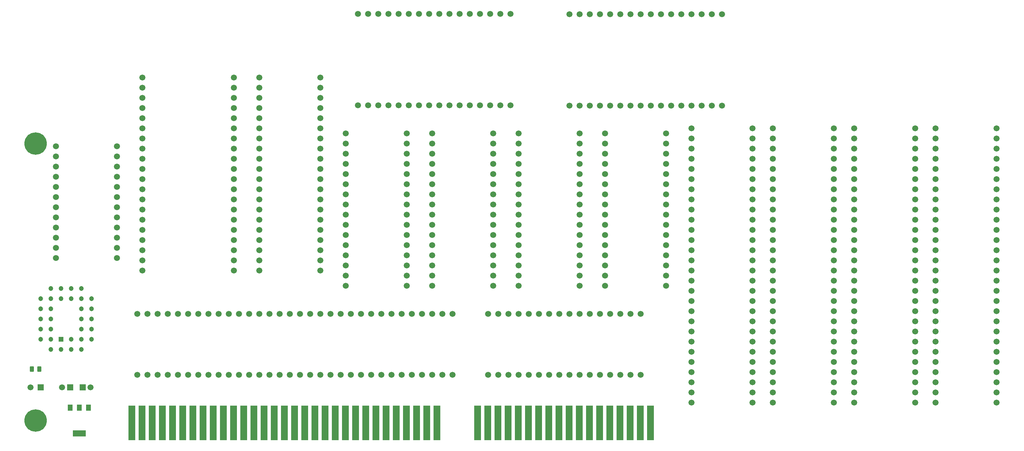
<source format=gts>
%TF.GenerationSoftware,KiCad,Pcbnew,8.0.7*%
%TF.CreationDate,2025-01-03T14:47:30+02:00*%
%TF.ProjectId,Blitter Board,426c6974-7465-4722-9042-6f6172642e6b,V0*%
%TF.SameCoordinates,Original*%
%TF.FileFunction,Soldermask,Top*%
%TF.FilePolarity,Negative*%
%FSLAX46Y46*%
G04 Gerber Fmt 4.6, Leading zero omitted, Abs format (unit mm)*
G04 Created by KiCad (PCBNEW 8.0.7) date 2025-01-03 14:47:30*
%MOMM*%
%LPD*%
G01*
G04 APERTURE LIST*
G04 Aperture macros list*
%AMRoundRect*
0 Rectangle with rounded corners*
0 $1 Rounding radius*
0 $2 $3 $4 $5 $6 $7 $8 $9 X,Y pos of 4 corners*
0 Add a 4 corners polygon primitive as box body*
4,1,4,$2,$3,$4,$5,$6,$7,$8,$9,$2,$3,0*
0 Add four circle primitives for the rounded corners*
1,1,$1+$1,$2,$3*
1,1,$1+$1,$4,$5*
1,1,$1+$1,$6,$7*
1,1,$1+$1,$8,$9*
0 Add four rect primitives between the rounded corners*
20,1,$1+$1,$2,$3,$4,$5,0*
20,1,$1+$1,$4,$5,$6,$7,0*
20,1,$1+$1,$6,$7,$8,$9,0*
20,1,$1+$1,$8,$9,$2,$3,0*%
G04 Aperture macros list end*
%ADD10C,1.500000*%
%ADD11R,1.200000X1.500000*%
%ADD12R,3.300000X1.500000*%
%ADD13R,1.500000X1.500000*%
%ADD14RoundRect,0.250000X-0.262500X-0.450000X0.262500X-0.450000X0.262500X0.450000X-0.262500X0.450000X0*%
%ADD15R,1.200000X1.200000*%
%ADD16C,1.200000*%
%ADD17C,5.600000*%
%ADD18R,1.780000X8.620000*%
G04 APERTURE END LIST*
D10*
%TO.C,B7*%
X127050800Y27305000D03*
X124510800Y27305000D03*
X121970800Y27305000D03*
X119430800Y27305000D03*
X116890800Y27305000D03*
X114350800Y27305000D03*
X111810800Y27305000D03*
X109270800Y27305000D03*
X106730800Y27305000D03*
X104190800Y27305000D03*
X101650800Y27305000D03*
X99110800Y27305000D03*
X96570800Y27305000D03*
X94030800Y27305000D03*
X91490800Y27305000D03*
X88950800Y27305000D03*
X88950800Y12065000D03*
X91490800Y12065000D03*
X94030800Y12065000D03*
X96570800Y12065000D03*
X99110800Y12065000D03*
X101650800Y12065000D03*
X104190800Y12065000D03*
X106730800Y12065000D03*
X109270800Y12065000D03*
X111810800Y12065000D03*
X114350800Y12065000D03*
X116890800Y12065000D03*
X119430800Y12065000D03*
X121970800Y12065000D03*
X124510800Y12065000D03*
X127050800Y12065000D03*
%TD*%
%TO.C,B1*%
X200710800Y73660000D03*
X200710800Y71120000D03*
X200710800Y68580000D03*
X200710800Y66040000D03*
X200710800Y63500000D03*
X200710800Y60960000D03*
X200710800Y58420000D03*
X200710800Y55880000D03*
X200710800Y53340000D03*
X200710800Y50800000D03*
X200710800Y48260000D03*
X200710800Y45720000D03*
X200710800Y43180000D03*
X200710800Y40640000D03*
X200710800Y38100000D03*
X200710800Y35560000D03*
X200710800Y33020000D03*
X200710800Y30480000D03*
X200710800Y27940000D03*
X200710800Y25400000D03*
X200710800Y22860000D03*
X200710800Y20320000D03*
X200710800Y17780000D03*
X200710800Y15240000D03*
X200710800Y12700000D03*
X200710800Y10160000D03*
X200710800Y7620000D03*
X200710800Y5080000D03*
X215950800Y5080000D03*
X215950800Y7620000D03*
X215950800Y10160000D03*
X215950800Y12700000D03*
X215950800Y15240000D03*
X215950800Y17780000D03*
X215950800Y20320000D03*
X215950800Y22860000D03*
X215950800Y25400000D03*
X215950800Y27940000D03*
X215950800Y30480000D03*
X215950800Y33020000D03*
X215950800Y35560000D03*
X215950800Y38100000D03*
X215950800Y40640000D03*
X215950800Y43180000D03*
X215950800Y45720000D03*
X215950800Y48260000D03*
X215950800Y50800000D03*
X215950800Y53340000D03*
X215950800Y55880000D03*
X215950800Y58420000D03*
X215950800Y60960000D03*
X215950800Y63500000D03*
X215950800Y66040000D03*
X215950800Y68580000D03*
X215950800Y71120000D03*
X215950800Y73660000D03*
%TD*%
%TO.C,B12*%
X139750800Y73660000D03*
X139750800Y71120000D03*
X139750800Y68580000D03*
X139750800Y66040000D03*
X139750800Y63500000D03*
X139750800Y60960000D03*
X139750800Y58420000D03*
X139750800Y55880000D03*
X139750800Y53340000D03*
X139750800Y50800000D03*
X139750800Y48260000D03*
X139750800Y45720000D03*
X139750800Y43180000D03*
X139750800Y40640000D03*
X139750800Y38100000D03*
X139750800Y35560000D03*
X139750800Y33020000D03*
X139750800Y30480000D03*
X139750800Y27940000D03*
X139750800Y25400000D03*
X139750800Y22860000D03*
X139750800Y20320000D03*
X139750800Y17780000D03*
X139750800Y15240000D03*
X139750800Y12700000D03*
X139750800Y10160000D03*
X139750800Y7620000D03*
X139750800Y5080000D03*
X154990800Y5080000D03*
X154990800Y7620000D03*
X154990800Y10160000D03*
X154990800Y12700000D03*
X154990800Y15240000D03*
X154990800Y17780000D03*
X154990800Y20320000D03*
X154990800Y22860000D03*
X154990800Y25400000D03*
X154990800Y27940000D03*
X154990800Y30480000D03*
X154990800Y33020000D03*
X154990800Y35560000D03*
X154990800Y38100000D03*
X154990800Y40640000D03*
X154990800Y43180000D03*
X154990800Y45720000D03*
X154990800Y48260000D03*
X154990800Y50800000D03*
X154990800Y53340000D03*
X154990800Y55880000D03*
X154990800Y58420000D03*
X154990800Y60960000D03*
X154990800Y63500000D03*
X154990800Y66040000D03*
X154990800Y68580000D03*
X154990800Y71120000D03*
X154990800Y73660000D03*
%TD*%
%TO.C,B14*%
X160070800Y73660000D03*
X160070800Y71120000D03*
X160070800Y68580000D03*
X160070800Y66040000D03*
X160070800Y63500000D03*
X160070800Y60960000D03*
X160070800Y58420000D03*
X160070800Y55880000D03*
X160070800Y53340000D03*
X160070800Y50800000D03*
X160070800Y48260000D03*
X160070800Y45720000D03*
X160070800Y43180000D03*
X160070800Y40640000D03*
X160070800Y38100000D03*
X160070800Y35560000D03*
X160070800Y33020000D03*
X160070800Y30480000D03*
X160070800Y27940000D03*
X160070800Y25400000D03*
X160070800Y22860000D03*
X160070800Y20320000D03*
X160070800Y17780000D03*
X160070800Y15240000D03*
X160070800Y12700000D03*
X160070800Y10160000D03*
X160070800Y7620000D03*
X160070800Y5080000D03*
X175310800Y5080000D03*
X175310800Y7620000D03*
X175310800Y10160000D03*
X175310800Y12700000D03*
X175310800Y15240000D03*
X175310800Y17780000D03*
X175310800Y20320000D03*
X175310800Y22860000D03*
X175310800Y25400000D03*
X175310800Y27940000D03*
X175310800Y30480000D03*
X175310800Y33020000D03*
X175310800Y35560000D03*
X175310800Y38100000D03*
X175310800Y40640000D03*
X175310800Y43180000D03*
X175310800Y45720000D03*
X175310800Y48260000D03*
X175310800Y50800000D03*
X175310800Y53340000D03*
X175310800Y55880000D03*
X175310800Y58420000D03*
X175310800Y60960000D03*
X175310800Y63500000D03*
X175310800Y66040000D03*
X175310800Y68580000D03*
X175310800Y71120000D03*
X175310800Y73660000D03*
%TD*%
%TO.C,B4*%
X180390800Y73660000D03*
X180390800Y71120000D03*
X180390800Y68580000D03*
X180390800Y66040000D03*
X180390800Y63500000D03*
X180390800Y60960000D03*
X180390800Y58420000D03*
X180390800Y55880000D03*
X180390800Y53340000D03*
X180390800Y50800000D03*
X180390800Y48260000D03*
X180390800Y45720000D03*
X180390800Y43180000D03*
X180390800Y40640000D03*
X180390800Y38100000D03*
X180390800Y35560000D03*
X180390800Y33020000D03*
X180390800Y30480000D03*
X180390800Y27940000D03*
X180390800Y25400000D03*
X180390800Y22860000D03*
X180390800Y20320000D03*
X180390800Y17780000D03*
X180390800Y15240000D03*
X180390800Y12700000D03*
X180390800Y10160000D03*
X180390800Y7620000D03*
X180390800Y5080000D03*
X195630800Y5080000D03*
X195630800Y7620000D03*
X195630800Y10160000D03*
X195630800Y12700000D03*
X195630800Y15240000D03*
X195630800Y17780000D03*
X195630800Y20320000D03*
X195630800Y22860000D03*
X195630800Y25400000D03*
X195630800Y27940000D03*
X195630800Y30480000D03*
X195630800Y33020000D03*
X195630800Y35560000D03*
X195630800Y38100000D03*
X195630800Y40640000D03*
X195630800Y43180000D03*
X195630800Y45720000D03*
X195630800Y48260000D03*
X195630800Y50800000D03*
X195630800Y53340000D03*
X195630800Y55880000D03*
X195630800Y58420000D03*
X195630800Y60960000D03*
X195630800Y63500000D03*
X195630800Y66040000D03*
X195630800Y68580000D03*
X195630800Y71120000D03*
X195630800Y73660000D03*
%TD*%
%TO.C,B2*%
X56463800Y79477000D03*
X59003800Y79477000D03*
X61543800Y79477000D03*
X64083800Y79477000D03*
X66623800Y79477000D03*
X69163800Y79477000D03*
X71703800Y79477000D03*
X74243800Y79477000D03*
X76783800Y79477000D03*
X79323800Y79477000D03*
X81863800Y79477000D03*
X84403800Y79477000D03*
X86943800Y79477000D03*
X89483800Y79477000D03*
X92023800Y79477000D03*
X94563800Y79477000D03*
X94563800Y102337000D03*
X92023800Y102337000D03*
X89483800Y102337000D03*
X86943800Y102337000D03*
X84403800Y102337000D03*
X81863800Y102337000D03*
X79323800Y102337000D03*
X76783800Y102337000D03*
X74243800Y102337000D03*
X71703800Y102337000D03*
X69163800Y102337000D03*
X66623800Y102337000D03*
X64083800Y102337000D03*
X61543800Y102337000D03*
X59003800Y102337000D03*
X56463800Y102337000D03*
%TD*%
%TO.C,B19*%
X109270800Y79375000D03*
X111810800Y79375000D03*
X114350800Y79375000D03*
X116890800Y79375000D03*
X119430800Y79375000D03*
X121970800Y79375000D03*
X124510800Y79375000D03*
X127050800Y79375000D03*
X129590800Y79375000D03*
X132130800Y79375000D03*
X134670800Y79375000D03*
X137210800Y79375000D03*
X139750800Y79375000D03*
X142290800Y79375000D03*
X144830800Y79375000D03*
X147370800Y79375000D03*
X147370800Y102235000D03*
X144830800Y102235000D03*
X142290800Y102235000D03*
X139750800Y102235000D03*
X137210800Y102235000D03*
X134670800Y102235000D03*
X132130800Y102235000D03*
X129590800Y102235000D03*
X127050800Y102235000D03*
X124510800Y102235000D03*
X121970800Y102235000D03*
X119430800Y102235000D03*
X116890800Y102235000D03*
X114350800Y102235000D03*
X111810800Y102235000D03*
X109270800Y102235000D03*
%TD*%
D11*
%TO.C,IC1*%
X-10843200Y3810000D03*
X-13143200Y3810000D03*
X-15443200Y3810000D03*
D12*
X-13143200Y-2590000D03*
%TD*%
D13*
%TO.C,C2*%
X-12351800Y8890000D03*
D10*
X-10351800Y8890000D03*
%TD*%
D13*
%TO.C,LED1*%
X-22804200Y8890000D03*
D10*
X-25344200Y8890000D03*
%TD*%
%TO.C,B16*%
X1320800Y12065000D03*
X3860800Y12065000D03*
X6400800Y12065000D03*
X8940800Y12065000D03*
X11480800Y12065000D03*
X14020800Y12065000D03*
X16560800Y12065000D03*
X19100800Y12065000D03*
X21640800Y12065000D03*
X24180800Y12065000D03*
X26720800Y12065000D03*
X29260800Y12065000D03*
X31800800Y12065000D03*
X34340800Y12065000D03*
X36880800Y12065000D03*
X39420800Y12065000D03*
X41960800Y12065000D03*
X44500800Y12065000D03*
X47040800Y12065000D03*
X49580800Y12065000D03*
X52120800Y12065000D03*
X54660800Y12065000D03*
X57200800Y12065000D03*
X59740800Y12065000D03*
X62280800Y12065000D03*
X64820800Y12065000D03*
X67360800Y12065000D03*
X69900800Y12065000D03*
X72440800Y12065000D03*
X74980800Y12065000D03*
X77520800Y12065000D03*
X80060800Y12065000D03*
X80060800Y27305000D03*
X77520800Y27305000D03*
X74980800Y27305000D03*
X72440800Y27305000D03*
X69900800Y27305000D03*
X67360800Y27305000D03*
X64820800Y27305000D03*
X62280800Y27305000D03*
X59740800Y27305000D03*
X57200800Y27305000D03*
X54660800Y27305000D03*
X52120800Y27305000D03*
X49580800Y27305000D03*
X47040800Y27305000D03*
X44500800Y27305000D03*
X41960800Y27305000D03*
X39420800Y27305000D03*
X36880800Y27305000D03*
X34340800Y27305000D03*
X31800800Y27305000D03*
X29260800Y27305000D03*
X26720800Y27305000D03*
X24180800Y27305000D03*
X21640800Y27305000D03*
X19100800Y27305000D03*
X16560800Y27305000D03*
X14020800Y27305000D03*
X11480800Y27305000D03*
X8940800Y27305000D03*
X6400800Y27305000D03*
X3860800Y27305000D03*
X1320800Y27305000D03*
%TD*%
%TO.C,B8*%
X53390800Y72390000D03*
X53390800Y69850000D03*
X53390800Y67310000D03*
X53390800Y64770000D03*
X53390800Y62230000D03*
X53390800Y59690000D03*
X53390800Y57150000D03*
X53390800Y54610000D03*
X53390800Y52070000D03*
X53390800Y49530000D03*
X53390800Y46990000D03*
X53390800Y44450000D03*
X53390800Y41910000D03*
X53390800Y39370000D03*
X53390800Y36830000D03*
X53390800Y34290000D03*
X68630800Y34290000D03*
X68630800Y36830000D03*
X68630800Y39370000D03*
X68630800Y41910000D03*
X68630800Y44450000D03*
X68630800Y46990000D03*
X68630800Y49530000D03*
X68630800Y52070000D03*
X68630800Y54610000D03*
X68630800Y57150000D03*
X68630800Y59690000D03*
X68630800Y62230000D03*
X68630800Y64770000D03*
X68630800Y67310000D03*
X68630800Y69850000D03*
X68630800Y72390000D03*
%TD*%
%TO.C,B15*%
X118160800Y72390000D03*
X118160800Y69850000D03*
X118160800Y67310000D03*
X118160800Y64770000D03*
X118160800Y62230000D03*
X118160800Y59690000D03*
X118160800Y57150000D03*
X118160800Y54610000D03*
X118160800Y52070000D03*
X118160800Y49530000D03*
X118160800Y46990000D03*
X118160800Y44450000D03*
X118160800Y41910000D03*
X118160800Y39370000D03*
X118160800Y36830000D03*
X118160800Y34290000D03*
X133400800Y34290000D03*
X133400800Y36830000D03*
X133400800Y39370000D03*
X133400800Y41910000D03*
X133400800Y44450000D03*
X133400800Y46990000D03*
X133400800Y49530000D03*
X133400800Y52070000D03*
X133400800Y54610000D03*
X133400800Y57150000D03*
X133400800Y59690000D03*
X133400800Y62230000D03*
X133400800Y64770000D03*
X133400800Y67310000D03*
X133400800Y69850000D03*
X133400800Y72390000D03*
%TD*%
D14*
%TO.C,R3*%
X-24991700Y13472000D03*
X-23166700Y13472000D03*
%TD*%
D13*
%TO.C,C1*%
X-15443200Y8890000D03*
D10*
X-17443200Y8890000D03*
%TD*%
%TO.C,B5*%
X2590800Y86360000D03*
X2590800Y83820000D03*
X2590800Y81280000D03*
X2590800Y78740000D03*
X2590800Y76200000D03*
X2590800Y73660000D03*
X2590800Y71120000D03*
X2590800Y68580000D03*
X2590800Y66040000D03*
X2590800Y63500000D03*
X2590800Y60960000D03*
X2590800Y58420000D03*
X2590800Y55880000D03*
X2590800Y53340000D03*
X2590800Y50800000D03*
X2590800Y48260000D03*
X2590800Y45720000D03*
X2590800Y43180000D03*
X2590800Y40640000D03*
X2590800Y38100000D03*
X25450800Y38100000D03*
X25450800Y40640000D03*
X25450800Y43180000D03*
X25450800Y45720000D03*
X25450800Y48260000D03*
X25450800Y50800000D03*
X25450800Y53340000D03*
X25450800Y55880000D03*
X25450800Y58420000D03*
X25450800Y60960000D03*
X25450800Y63500000D03*
X25450800Y66040000D03*
X25450800Y68580000D03*
X25450800Y71120000D03*
X25450800Y73660000D03*
X25450800Y76200000D03*
X25450800Y78740000D03*
X25450800Y81280000D03*
X25450800Y83820000D03*
X25450800Y86360000D03*
%TD*%
D15*
%TO.C,IC2*%
X-17729200Y20955000D03*
D16*
X-15189200Y18415000D03*
X-15189200Y20955000D03*
X-12649200Y18415000D03*
X-10109200Y20955000D03*
X-12649200Y20955000D03*
X-10109200Y23495000D03*
X-12649200Y23495000D03*
X-10109200Y26035000D03*
X-12649200Y26035000D03*
X-10109200Y28575000D03*
X-12649200Y28575000D03*
X-10109200Y31115000D03*
X-12649200Y33655000D03*
X-12649200Y31115000D03*
X-15189200Y33655000D03*
X-15189200Y31115000D03*
X-17729200Y33655000D03*
X-17729200Y31115000D03*
X-20269200Y33655000D03*
X-22809200Y31115000D03*
X-20269200Y31115000D03*
X-22809200Y28575000D03*
X-20269200Y28575000D03*
X-22809200Y26035000D03*
X-20269200Y26035000D03*
X-22809200Y23495000D03*
X-20269200Y23495000D03*
X-22809200Y20955000D03*
X-20269200Y18415000D03*
X-20269200Y20955000D03*
X-17729200Y18415000D03*
%TD*%
D17*
%TO.C,H1*%
X-24079200Y69850000D03*
%TD*%
D10*
%TO.C,B11*%
X74980800Y72390000D03*
X74980800Y69850000D03*
X74980800Y67310000D03*
X74980800Y64770000D03*
X74980800Y62230000D03*
X74980800Y59690000D03*
X74980800Y57150000D03*
X74980800Y54610000D03*
X74980800Y52070000D03*
X74980800Y49530000D03*
X74980800Y46990000D03*
X74980800Y44450000D03*
X74980800Y41910000D03*
X74980800Y39370000D03*
X74980800Y36830000D03*
X74980800Y34290000D03*
X90220800Y34290000D03*
X90220800Y36830000D03*
X90220800Y39370000D03*
X90220800Y41910000D03*
X90220800Y44450000D03*
X90220800Y46990000D03*
X90220800Y49530000D03*
X90220800Y52070000D03*
X90220800Y54610000D03*
X90220800Y57150000D03*
X90220800Y59690000D03*
X90220800Y62230000D03*
X90220800Y64770000D03*
X90220800Y67310000D03*
X90220800Y69850000D03*
X90220800Y72390000D03*
%TD*%
%TO.C,B9*%
X96570800Y72390000D03*
X96570800Y69850000D03*
X96570800Y67310000D03*
X96570800Y64770000D03*
X96570800Y62230000D03*
X96570800Y59690000D03*
X96570800Y57150000D03*
X96570800Y54610000D03*
X96570800Y52070000D03*
X96570800Y49530000D03*
X96570800Y46990000D03*
X96570800Y44450000D03*
X96570800Y41910000D03*
X96570800Y39370000D03*
X96570800Y36830000D03*
X96570800Y34290000D03*
X111810800Y34290000D03*
X111810800Y36830000D03*
X111810800Y39370000D03*
X111810800Y41910000D03*
X111810800Y44450000D03*
X111810800Y46990000D03*
X111810800Y49530000D03*
X111810800Y52070000D03*
X111810800Y54610000D03*
X111810800Y57150000D03*
X111810800Y59690000D03*
X111810800Y62230000D03*
X111810800Y64770000D03*
X111810800Y67310000D03*
X111810800Y69850000D03*
X111810800Y72390000D03*
%TD*%
%TO.C,B10*%
X-18999200Y69215000D03*
X-18999200Y66675000D03*
X-18999200Y64135000D03*
X-18999200Y61595000D03*
X-18999200Y59055000D03*
X-18999200Y56515000D03*
X-18999200Y53975000D03*
X-18999200Y51435000D03*
X-18999200Y48895000D03*
X-18999200Y46355000D03*
X-18999200Y43815000D03*
X-18999200Y41275000D03*
X-3759200Y41275000D03*
X-3759200Y43815000D03*
X-3759200Y46355000D03*
X-3759200Y48895000D03*
X-3759200Y51435000D03*
X-3759200Y53975000D03*
X-3759200Y56515000D03*
X-3759200Y59055000D03*
X-3759200Y61595000D03*
X-3759200Y64135000D03*
X-3759200Y66675000D03*
X-3759200Y69215000D03*
%TD*%
D17*
%TO.C,H9*%
X-24079200Y635000D03*
%TD*%
D10*
%TO.C,B17*%
X31800800Y86360000D03*
X31800800Y83820000D03*
X31800800Y81280000D03*
X31800800Y78740000D03*
X31800800Y76200000D03*
X31800800Y73660000D03*
X31800800Y71120000D03*
X31800800Y68580000D03*
X31800800Y66040000D03*
X31800800Y63500000D03*
X31800800Y60960000D03*
X31800800Y58420000D03*
X31800800Y55880000D03*
X31800800Y53340000D03*
X31800800Y50800000D03*
X31800800Y48260000D03*
X31800800Y45720000D03*
X31800800Y43180000D03*
X31800800Y40640000D03*
X31800800Y38100000D03*
X47040800Y38100000D03*
X47040800Y40640000D03*
X47040800Y43180000D03*
X47040800Y45720000D03*
X47040800Y48260000D03*
X47040800Y50800000D03*
X47040800Y53340000D03*
X47040800Y55880000D03*
X47040800Y58420000D03*
X47040800Y60960000D03*
X47040800Y63500000D03*
X47040800Y66040000D03*
X47040800Y68580000D03*
X47040800Y71120000D03*
X47040800Y73660000D03*
X47040800Y76200000D03*
X47040800Y78740000D03*
X47040800Y81280000D03*
X47040800Y83820000D03*
X47040800Y86360000D03*
%TD*%
D18*
%TO.C,J5*%
X0Y0D03*
X2540000Y0D03*
X5080000Y0D03*
X7620000Y0D03*
X10160000Y0D03*
X12700000Y0D03*
X15240000Y0D03*
X17780000Y0D03*
X20320000Y0D03*
X22860000Y0D03*
X25400000Y0D03*
X27940000Y0D03*
X30480000Y0D03*
X33020000Y0D03*
X35560000Y0D03*
X38100000Y0D03*
X40640000Y0D03*
X43180000Y0D03*
X45720000Y0D03*
X48260000Y0D03*
X50800000Y0D03*
X53340000Y0D03*
X55880000Y0D03*
X58420000Y0D03*
X60960000Y0D03*
X63500000Y0D03*
X66040000Y0D03*
X68580000Y0D03*
X71120000Y0D03*
X73660000Y0D03*
X76200000Y0D03*
X86360000Y0D03*
X88900000Y0D03*
X91440000Y0D03*
X93980000Y0D03*
X96520000Y0D03*
X99060000Y0D03*
X101600000Y0D03*
X104140000Y0D03*
X106680000Y0D03*
X109220000Y0D03*
X111760000Y0D03*
X114300000Y0D03*
X116840000Y0D03*
X119380000Y0D03*
X121920000Y0D03*
X124460000Y0D03*
X127000000Y0D03*
X129540000Y0D03*
%TD*%
M02*

</source>
